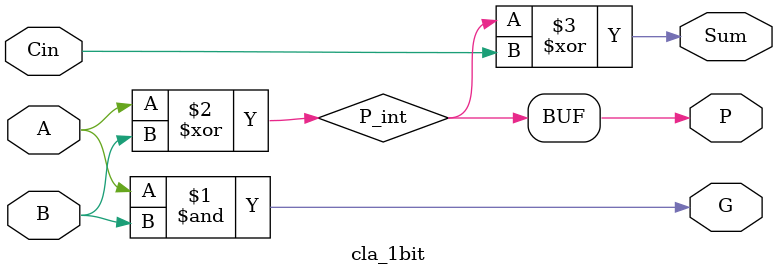
<source format=v>
module cla_1bit(A, B, Cin, Sum, P, G);

	input A, B, Cin;
	// sum, propogate, generate
	output Sum, P, G;
	wire P_int;
	// Output all three of these values:

	// generate bit
	assign G = A & B;
	// propogate bit	
	assign P_int = A ^ B;
	assign P = P_int;
	// sum bit
	assign Sum = P_int ^ Cin;

endmodule 

</source>
